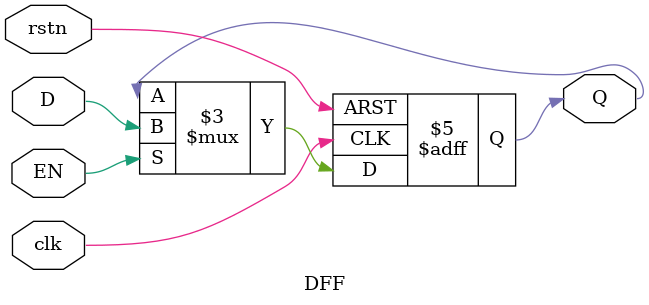
<source format=v>
module DFF
(/*AUTOARG*/
 // Outputs
    Q,
 // Inputs
    clk, rstn, EN, D
);

    input    clk;
    input    rstn;
    input    EN;
    input    D;
    output   Q;

    /*AUTOREG*/
    // Beginning of automatic regs (for this module's undeclared outputs)
    reg      Q;
    // End of automatics

    /*AUTOWIRE*/

    always @(posedge clk or negedge rstn) begin
        if (!rstn) begin
            Q <= 1'b0;
        end else begin
            if (EN) begin
                Q <= D;
            end
        end
    end

endmodule // DFF
</source>
